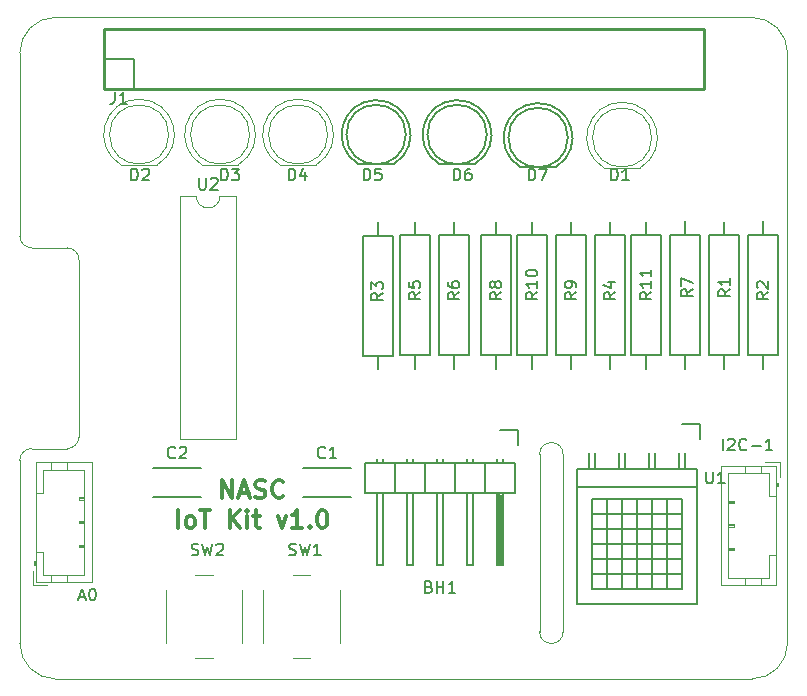
<source format=gbr>
G04 #@! TF.FileFunction,Legend,Top*
%FSLAX46Y46*%
G04 Gerber Fmt 4.6, Leading zero omitted, Abs format (unit mm)*
G04 Created by KiCad (PCBNEW 4.0.6) date Friday 09 June 2017 11:09:25*
%MOMM*%
%LPD*%
G01*
G04 APERTURE LIST*
%ADD10C,0.100000*%
%ADD11C,0.300000*%
%ADD12C,0.150000*%
%ADD13C,0.254000*%
%ADD14C,0.120000*%
%ADD15R,2.000000X1.900000*%
%ADD16C,1.900000*%
%ADD17R,1.727200X2.032000*%
%ADD18O,1.727200X2.032000*%
%ADD19C,1.727200*%
%ADD20R,1.727200X1.727200*%
%ADD21C,6.200000*%
%ADD22C,1.998980*%
%ADD23C,2.000000*%
%ADD24R,1.800000X1.800000*%
%ADD25C,1.800000*%
%ADD26R,2.400000X1.600000*%
%ADD27O,2.400000X1.600000*%
%ADD28R,1.700000X1.200000*%
%ADD29O,1.700000X1.200000*%
%ADD30R,1.200000X1.200000*%
%ADD31C,1.200000*%
G04 APERTURE END LIST*
D10*
D11*
X45089286Y-68618571D02*
X45089286Y-67118571D01*
X45946429Y-68618571D01*
X45946429Y-67118571D01*
X46589286Y-68190000D02*
X47303572Y-68190000D01*
X46446429Y-68618571D02*
X46946429Y-67118571D01*
X47446429Y-68618571D01*
X47875000Y-68547143D02*
X48089286Y-68618571D01*
X48446429Y-68618571D01*
X48589286Y-68547143D01*
X48660715Y-68475714D01*
X48732143Y-68332857D01*
X48732143Y-68190000D01*
X48660715Y-68047143D01*
X48589286Y-67975714D01*
X48446429Y-67904286D01*
X48160715Y-67832857D01*
X48017857Y-67761429D01*
X47946429Y-67690000D01*
X47875000Y-67547143D01*
X47875000Y-67404286D01*
X47946429Y-67261429D01*
X48017857Y-67190000D01*
X48160715Y-67118571D01*
X48517857Y-67118571D01*
X48732143Y-67190000D01*
X50232143Y-68475714D02*
X50160714Y-68547143D01*
X49946428Y-68618571D01*
X49803571Y-68618571D01*
X49589286Y-68547143D01*
X49446428Y-68404286D01*
X49375000Y-68261429D01*
X49303571Y-67975714D01*
X49303571Y-67761429D01*
X49375000Y-67475714D01*
X49446428Y-67332857D01*
X49589286Y-67190000D01*
X49803571Y-67118571D01*
X49946428Y-67118571D01*
X50160714Y-67190000D01*
X50232143Y-67261429D01*
X41339286Y-71168571D02*
X41339286Y-69668571D01*
X42267858Y-71168571D02*
X42125000Y-71097143D01*
X42053572Y-71025714D01*
X41982143Y-70882857D01*
X41982143Y-70454286D01*
X42053572Y-70311429D01*
X42125000Y-70240000D01*
X42267858Y-70168571D01*
X42482143Y-70168571D01*
X42625000Y-70240000D01*
X42696429Y-70311429D01*
X42767858Y-70454286D01*
X42767858Y-70882857D01*
X42696429Y-71025714D01*
X42625000Y-71097143D01*
X42482143Y-71168571D01*
X42267858Y-71168571D01*
X43196429Y-69668571D02*
X44053572Y-69668571D01*
X43625001Y-71168571D02*
X43625001Y-69668571D01*
X45696429Y-71168571D02*
X45696429Y-69668571D01*
X46553572Y-71168571D02*
X45910715Y-70311429D01*
X46553572Y-69668571D02*
X45696429Y-70525714D01*
X47196429Y-71168571D02*
X47196429Y-70168571D01*
X47196429Y-69668571D02*
X47125000Y-69740000D01*
X47196429Y-69811429D01*
X47267857Y-69740000D01*
X47196429Y-69668571D01*
X47196429Y-69811429D01*
X47696429Y-70168571D02*
X48267858Y-70168571D01*
X47910715Y-69668571D02*
X47910715Y-70954286D01*
X47982143Y-71097143D01*
X48125001Y-71168571D01*
X48267858Y-71168571D01*
X49767858Y-70168571D02*
X50125001Y-71168571D01*
X50482143Y-70168571D01*
X51839286Y-71168571D02*
X50982143Y-71168571D01*
X51410715Y-71168571D02*
X51410715Y-69668571D01*
X51267858Y-69882857D01*
X51125000Y-70025714D01*
X50982143Y-70097143D01*
X52482143Y-71025714D02*
X52553571Y-71097143D01*
X52482143Y-71168571D01*
X52410714Y-71097143D01*
X52482143Y-71025714D01*
X52482143Y-71168571D01*
X53482143Y-69668571D02*
X53625000Y-69668571D01*
X53767857Y-69740000D01*
X53839286Y-69811429D01*
X53910715Y-69954286D01*
X53982143Y-70240000D01*
X53982143Y-70597143D01*
X53910715Y-70882857D01*
X53839286Y-71025714D01*
X53767857Y-71097143D01*
X53625000Y-71168571D01*
X53482143Y-71168571D01*
X53339286Y-71097143D01*
X53267857Y-71025714D01*
X53196429Y-70882857D01*
X53125000Y-70597143D01*
X53125000Y-70240000D01*
X53196429Y-69954286D01*
X53267857Y-69811429D01*
X53339286Y-69740000D01*
X53482143Y-69668571D01*
D10*
X92925900Y-30911800D02*
X92925900Y-80924400D01*
X27940000Y-30962600D02*
X27940000Y-46456600D01*
X92940000Y-30932000D02*
G75*
G03X89940000Y-27932000I-3000000J0D01*
G01*
X30940000Y-27932000D02*
X89940000Y-27932000D01*
X30940000Y-27932000D02*
G75*
G03X27940000Y-30932000I0J-3000000D01*
G01*
X73940000Y-79932000D02*
G75*
G02X71940000Y-79932000I-1000000J0D01*
G01*
X73940000Y-64932000D02*
G75*
G03X71940000Y-64932000I-1000000J0D01*
G01*
X73940000Y-64932000D02*
X73940000Y-79932000D01*
X71940000Y-64932000D02*
X71940000Y-79932000D01*
X28940000Y-64432000D02*
G75*
G03X27940000Y-65432000I0J-1000000D01*
G01*
X31940000Y-64432000D02*
G75*
G03X32940000Y-63432000I0J1000000D01*
G01*
X32940000Y-48432000D02*
G75*
G03X31940000Y-47432000I-1000000J0D01*
G01*
X27940000Y-46432000D02*
G75*
G03X28940000Y-47432000I1000000J0D01*
G01*
X89940000Y-83932000D02*
G75*
G03X92940000Y-80932000I0J3000000D01*
G01*
X27940000Y-80932000D02*
G75*
G03X30940000Y-83932000I3000000J0D01*
G01*
X27940000Y-65432000D02*
X27940000Y-80932000D01*
X28940000Y-64432000D02*
X31940000Y-64432000D01*
X28940000Y-47432000D02*
X31940000Y-47432000D01*
X32940000Y-48432000D02*
X32940000Y-63432000D01*
X30940000Y-83932000D02*
X89940000Y-83932000D01*
D12*
X73343404Y-40584888D02*
G75*
G03X70318500Y-40600000I-1524904J2484888D01*
G01*
X73318500Y-40600000D02*
X70318500Y-40600000D01*
X74336436Y-38100000D02*
G75*
G03X74336436Y-38100000I-2517936J0D01*
G01*
X80200500Y-68707000D02*
X80200500Y-76327000D01*
X81470500Y-76327000D02*
X81470500Y-68707000D01*
X78930500Y-68707000D02*
X78930500Y-76327000D01*
X77660500Y-76327000D02*
X77660500Y-68707000D01*
X82740500Y-68707000D02*
X82740500Y-76327000D01*
X84010500Y-69977000D02*
X84010500Y-68707000D01*
X84010500Y-68707000D02*
X76390500Y-68707000D01*
X76390500Y-68707000D02*
X76390500Y-69342000D01*
X84010500Y-69977000D02*
X76390500Y-69977000D01*
X84010500Y-71247000D02*
X76390500Y-71247000D01*
X84010500Y-72517000D02*
X76390500Y-72517000D01*
X84010500Y-75057000D02*
X76390500Y-75057000D01*
X76390500Y-75057000D02*
X76390500Y-73787000D01*
X76390500Y-73787000D02*
X84010500Y-73787000D01*
X84010500Y-69977000D02*
X84010500Y-76327000D01*
X84010500Y-76327000D02*
X76390500Y-76327000D01*
X76390500Y-76327000D02*
X76390500Y-69342000D01*
X76136500Y-65087500D02*
X76136500Y-66103500D01*
X76644500Y-65087500D02*
X76644500Y-66167000D01*
X78676500Y-65151000D02*
X78676500Y-66103500D01*
X79184500Y-65087500D02*
X79184500Y-66167000D01*
X81216500Y-65087500D02*
X81216500Y-66167000D01*
X81724500Y-65087500D02*
X81724500Y-66103500D01*
X83756500Y-65087500D02*
X83756500Y-66103500D01*
X84264500Y-65024000D02*
X84264500Y-66167000D01*
X84264500Y-66167000D02*
X84264500Y-65151000D01*
X85280500Y-66167000D02*
X75120500Y-66167000D01*
X75120500Y-66167000D02*
X75120500Y-77597000D01*
X75120500Y-77597000D02*
X85280500Y-77597000D01*
X85280500Y-77597000D02*
X85280500Y-66167000D01*
X85560500Y-62327000D02*
X84010500Y-62327000D01*
X85560500Y-63627000D02*
X85560500Y-62327000D01*
X84264500Y-65151000D02*
X84264500Y-64770000D01*
X83756500Y-65151000D02*
X83756500Y-64770000D01*
X81724500Y-65151000D02*
X81724500Y-64770000D01*
X81216500Y-65151000D02*
X81216500Y-64770000D01*
X79184500Y-65151000D02*
X79184500Y-64770000D01*
X78676500Y-65151000D02*
X78676500Y-64770000D01*
X76136500Y-65151000D02*
X76136500Y-64770000D01*
X76644500Y-65151000D02*
X76644500Y-64770000D01*
X80200500Y-67691000D02*
X82740500Y-67691000D01*
X82740500Y-67691000D02*
X85280500Y-67691000D01*
X75120500Y-67691000D02*
X77660500Y-67691000D01*
X77660500Y-67691000D02*
X80200500Y-67691000D01*
X37580000Y-33972000D02*
X37580000Y-31432000D01*
X37580000Y-31432000D02*
X35040000Y-31432000D01*
D13*
X85840000Y-28892000D02*
X85840000Y-33972000D01*
X85840000Y-33972000D02*
X35040000Y-33972000D01*
X35040000Y-33972000D02*
X35040000Y-28892000D01*
X35040000Y-28892000D02*
X85840000Y-28892000D01*
D12*
X88836500Y-46362000D02*
X86296500Y-46362000D01*
X86296500Y-46362000D02*
X86296500Y-56522000D01*
X86296500Y-56522000D02*
X88836500Y-56522000D01*
X88836500Y-56522000D02*
X88836500Y-46362000D01*
X87566500Y-57672000D02*
X87566500Y-56522000D01*
X87566500Y-45212000D02*
X87566500Y-46362000D01*
X89598500Y-56508000D02*
X92138500Y-56508000D01*
X92138500Y-56508000D02*
X92138500Y-46348000D01*
X92138500Y-46348000D02*
X89598500Y-46348000D01*
X89598500Y-46348000D02*
X89598500Y-56508000D01*
X90868500Y-45198000D02*
X90868500Y-46348000D01*
X90868500Y-57658000D02*
X90868500Y-56508000D01*
X59499500Y-46425500D02*
X56959500Y-46425500D01*
X56959500Y-46425500D02*
X56959500Y-56585500D01*
X56959500Y-56585500D02*
X59499500Y-56585500D01*
X59499500Y-56585500D02*
X59499500Y-46425500D01*
X58229500Y-57735500D02*
X58229500Y-56585500D01*
X58229500Y-45275500D02*
X58229500Y-46425500D01*
X79184500Y-46362000D02*
X76644500Y-46362000D01*
X76644500Y-46362000D02*
X76644500Y-56522000D01*
X76644500Y-56522000D02*
X79184500Y-56522000D01*
X79184500Y-56522000D02*
X79184500Y-46362000D01*
X77914500Y-57672000D02*
X77914500Y-56522000D01*
X77914500Y-45212000D02*
X77914500Y-46362000D01*
D14*
X55030000Y-80915000D02*
X55030000Y-76415000D01*
X51030000Y-82165000D02*
X52530000Y-82165000D01*
X48530000Y-76415000D02*
X48530000Y-80915000D01*
X52530000Y-75165000D02*
X51030000Y-75165000D01*
X46775000Y-80915000D02*
X46775000Y-76415000D01*
X42775000Y-82165000D02*
X44275000Y-82165000D01*
X40275000Y-76415000D02*
X40275000Y-80915000D01*
X44275000Y-75165000D02*
X42775000Y-75165000D01*
X78930962Y-35110000D02*
G75*
G03X77385670Y-40660000I-462J-2990000D01*
G01*
X78930038Y-35110000D02*
G75*
G02X80475330Y-40660000I462J-2990000D01*
G01*
X81430500Y-38100000D02*
G75*
G03X81430500Y-38100000I-2500000J0D01*
G01*
X77385500Y-40660000D02*
X80475500Y-40660000D01*
D12*
X62674500Y-46362000D02*
X60134500Y-46362000D01*
X60134500Y-46362000D02*
X60134500Y-56522000D01*
X60134500Y-56522000D02*
X62674500Y-56522000D01*
X62674500Y-56522000D02*
X62674500Y-46362000D01*
X61404500Y-57672000D02*
X61404500Y-56522000D01*
X61404500Y-45212000D02*
X61404500Y-46362000D01*
D14*
X38036962Y-34856000D02*
G75*
G03X36491670Y-40406000I-462J-2990000D01*
G01*
X38036038Y-34856000D02*
G75*
G02X39581330Y-40406000I462J-2990000D01*
G01*
X40536500Y-37846000D02*
G75*
G03X40536500Y-37846000I-2500000J0D01*
G01*
X36491500Y-40406000D02*
X39581500Y-40406000D01*
X44894962Y-34856000D02*
G75*
G03X43349670Y-40406000I-462J-2990000D01*
G01*
X44894038Y-34856000D02*
G75*
G02X46439330Y-40406000I462J-2990000D01*
G01*
X47394500Y-37846000D02*
G75*
G03X47394500Y-37846000I-2500000J0D01*
G01*
X43349500Y-40406000D02*
X46439500Y-40406000D01*
X51498962Y-34856000D02*
G75*
G03X49953670Y-40406000I-462J-2990000D01*
G01*
X51498038Y-34856000D02*
G75*
G02X53043330Y-40406000I462J-2990000D01*
G01*
X53998500Y-37846000D02*
G75*
G03X53998500Y-37846000I-2500000J0D01*
G01*
X49953500Y-40406000D02*
X53043500Y-40406000D01*
D12*
X65976500Y-46362000D02*
X63436500Y-46362000D01*
X63436500Y-46362000D02*
X63436500Y-56522000D01*
X63436500Y-56522000D02*
X65976500Y-56522000D01*
X65976500Y-56522000D02*
X65976500Y-46362000D01*
X64706500Y-57672000D02*
X64706500Y-56522000D01*
X64706500Y-45212000D02*
X64706500Y-46362000D01*
X82994500Y-56508000D02*
X85534500Y-56508000D01*
X85534500Y-56508000D02*
X85534500Y-46348000D01*
X85534500Y-46348000D02*
X82994500Y-46348000D01*
X82994500Y-46348000D02*
X82994500Y-56508000D01*
X84264500Y-45198000D02*
X84264500Y-46348000D01*
X84264500Y-57658000D02*
X84264500Y-56508000D01*
X69532500Y-46362000D02*
X66992500Y-46362000D01*
X66992500Y-46362000D02*
X66992500Y-56522000D01*
X66992500Y-56522000D02*
X69532500Y-56522000D01*
X69532500Y-56522000D02*
X69532500Y-46362000D01*
X68262500Y-57672000D02*
X68262500Y-56522000D01*
X68262500Y-45212000D02*
X68262500Y-46362000D01*
X59627404Y-40330888D02*
G75*
G03X56602500Y-40346000I-1524904J2484888D01*
G01*
X59602500Y-40346000D02*
X56602500Y-40346000D01*
X60620436Y-37846000D02*
G75*
G03X60620436Y-37846000I-2517936J0D01*
G01*
X66485404Y-40330888D02*
G75*
G03X63460500Y-40346000I-1524904J2484888D01*
G01*
X66460500Y-40346000D02*
X63460500Y-40346000D01*
X67478436Y-37846000D02*
G75*
G03X67478436Y-37846000I-2517936J0D01*
G01*
X75882500Y-46362000D02*
X73342500Y-46362000D01*
X73342500Y-46362000D02*
X73342500Y-56522000D01*
X73342500Y-56522000D02*
X75882500Y-56522000D01*
X75882500Y-56522000D02*
X75882500Y-46362000D01*
X74612500Y-57672000D02*
X74612500Y-56522000D01*
X74612500Y-45212000D02*
X74612500Y-46362000D01*
X72580500Y-46362000D02*
X70040500Y-46362000D01*
X70040500Y-46362000D02*
X70040500Y-56522000D01*
X70040500Y-56522000D02*
X72580500Y-56522000D01*
X72580500Y-56522000D02*
X72580500Y-46362000D01*
X71310500Y-57672000D02*
X71310500Y-56522000D01*
X71310500Y-45212000D02*
X71310500Y-46362000D01*
X82232500Y-46362000D02*
X79692500Y-46362000D01*
X79692500Y-46362000D02*
X79692500Y-56522000D01*
X79692500Y-56522000D02*
X82232500Y-56522000D01*
X82232500Y-56522000D02*
X82232500Y-46362000D01*
X80962500Y-57672000D02*
X80962500Y-56522000D01*
X80962500Y-45212000D02*
X80962500Y-46362000D01*
D14*
X42878500Y-43060000D02*
X41508500Y-43060000D01*
X41508500Y-43060000D02*
X41508500Y-63620000D01*
X41508500Y-63620000D02*
X46248500Y-63620000D01*
X46248500Y-63620000D02*
X46248500Y-43060000D01*
X46248500Y-43060000D02*
X44878500Y-43060000D01*
X44878500Y-43060000D02*
G75*
G02X42878500Y-43060000I-1000000J0D01*
G01*
D12*
X70130000Y-62835000D02*
X68580000Y-62835000D01*
X70130000Y-64135000D02*
X70130000Y-62835000D01*
X68707000Y-68326000D02*
X68707000Y-74168000D01*
X68707000Y-74168000D02*
X68453000Y-74168000D01*
X68453000Y-74168000D02*
X68453000Y-68326000D01*
X68453000Y-68326000D02*
X68580000Y-68326000D01*
X68580000Y-68326000D02*
X68580000Y-74168000D01*
X68834000Y-65659000D02*
X68834000Y-65278000D01*
X68326000Y-65659000D02*
X68326000Y-65278000D01*
X66294000Y-65659000D02*
X66294000Y-65278000D01*
X65786000Y-65659000D02*
X65786000Y-65278000D01*
X63754000Y-65659000D02*
X63754000Y-65278000D01*
X63246000Y-65659000D02*
X63246000Y-65278000D01*
X61214000Y-65659000D02*
X61214000Y-65278000D01*
X60706000Y-65659000D02*
X60706000Y-65278000D01*
X58166000Y-65659000D02*
X58166000Y-65278000D01*
X58674000Y-65659000D02*
X58674000Y-65278000D01*
X67310000Y-68199000D02*
X69850000Y-68199000D01*
X68326000Y-74295000D02*
X68326000Y-68199000D01*
X68834000Y-74295000D02*
X68326000Y-74295000D01*
X68834000Y-68199000D02*
X68834000Y-74295000D01*
X67310000Y-65659000D02*
X67310000Y-68199000D01*
X69850000Y-65659000D02*
X67310000Y-65659000D01*
X69850000Y-65659000D02*
X69850000Y-68199000D01*
X64770000Y-65659000D02*
X64770000Y-68199000D01*
X64770000Y-65659000D02*
X62230000Y-65659000D01*
X62230000Y-65659000D02*
X62230000Y-68199000D01*
X63754000Y-68199000D02*
X63754000Y-74295000D01*
X63754000Y-74295000D02*
X63246000Y-74295000D01*
X63246000Y-74295000D02*
X63246000Y-68199000D01*
X62230000Y-68199000D02*
X64770000Y-68199000D01*
X64770000Y-68199000D02*
X67310000Y-68199000D01*
X65786000Y-74295000D02*
X65786000Y-68199000D01*
X66294000Y-74295000D02*
X65786000Y-74295000D01*
X66294000Y-68199000D02*
X66294000Y-74295000D01*
X64770000Y-65659000D02*
X64770000Y-68199000D01*
X67310000Y-65659000D02*
X64770000Y-65659000D01*
X67310000Y-65659000D02*
X67310000Y-68199000D01*
X59690000Y-65659000D02*
X59690000Y-68199000D01*
X59690000Y-65659000D02*
X57150000Y-65659000D01*
X57150000Y-65659000D02*
X57150000Y-68199000D01*
X58674000Y-68199000D02*
X58674000Y-74295000D01*
X58674000Y-74295000D02*
X58166000Y-74295000D01*
X58166000Y-74295000D02*
X58166000Y-68199000D01*
X57150000Y-68199000D02*
X59690000Y-68199000D01*
X59690000Y-68199000D02*
X62230000Y-68199000D01*
X60706000Y-74295000D02*
X60706000Y-68199000D01*
X61214000Y-74295000D02*
X60706000Y-74295000D01*
X61214000Y-68199000D02*
X61214000Y-74295000D01*
X59690000Y-65659000D02*
X59690000Y-68199000D01*
X62230000Y-65659000D02*
X59690000Y-65659000D01*
X62230000Y-65659000D02*
X62230000Y-68199000D01*
D14*
X29315000Y-75710000D02*
X34015000Y-75710000D01*
X34015000Y-75710000D02*
X34015000Y-65610000D01*
X34015000Y-65610000D02*
X29315000Y-65610000D01*
X29315000Y-65610000D02*
X29315000Y-75710000D01*
X29315000Y-73160000D02*
X29915000Y-73160000D01*
X29915000Y-73160000D02*
X29915000Y-75110000D01*
X29915000Y-75110000D02*
X33415000Y-75110000D01*
X33415000Y-75110000D02*
X33415000Y-66210000D01*
X33415000Y-66210000D02*
X29915000Y-66210000D01*
X29915000Y-66210000D02*
X29915000Y-68160000D01*
X29915000Y-68160000D02*
X29315000Y-68160000D01*
X30615000Y-75710000D02*
X30615000Y-75110000D01*
X31915000Y-75710000D02*
X31915000Y-75110000D01*
X30615000Y-65610000D02*
X30615000Y-66210000D01*
X31915000Y-65610000D02*
X31915000Y-66210000D01*
X29315000Y-73960000D02*
X29115000Y-73960000D01*
X29115000Y-73960000D02*
X29115000Y-74260000D01*
X29115000Y-74260000D02*
X29315000Y-74260000D01*
X29215000Y-73960000D02*
X29215000Y-74260000D01*
X33415000Y-72760000D02*
X32915000Y-72760000D01*
X32915000Y-72760000D02*
X32915000Y-72560000D01*
X32915000Y-72560000D02*
X33415000Y-72560000D01*
X33415000Y-72660000D02*
X32915000Y-72660000D01*
X33415000Y-70760000D02*
X32915000Y-70760000D01*
X32915000Y-70760000D02*
X32915000Y-70560000D01*
X32915000Y-70560000D02*
X33415000Y-70560000D01*
X33415000Y-70660000D02*
X32915000Y-70660000D01*
X33415000Y-68760000D02*
X32915000Y-68760000D01*
X32915000Y-68760000D02*
X32915000Y-68560000D01*
X32915000Y-68560000D02*
X33415000Y-68560000D01*
X33415000Y-68660000D02*
X32915000Y-68660000D01*
X29015000Y-74760000D02*
X29015000Y-76010000D01*
X29015000Y-76010000D02*
X30265000Y-76010000D01*
X91970000Y-65895000D02*
X87270000Y-65895000D01*
X87270000Y-65895000D02*
X87270000Y-75995000D01*
X87270000Y-75995000D02*
X91970000Y-75995000D01*
X91970000Y-75995000D02*
X91970000Y-65895000D01*
X91970000Y-68445000D02*
X91370000Y-68445000D01*
X91370000Y-68445000D02*
X91370000Y-66495000D01*
X91370000Y-66495000D02*
X87870000Y-66495000D01*
X87870000Y-66495000D02*
X87870000Y-75395000D01*
X87870000Y-75395000D02*
X91370000Y-75395000D01*
X91370000Y-75395000D02*
X91370000Y-73445000D01*
X91370000Y-73445000D02*
X91970000Y-73445000D01*
X90670000Y-65895000D02*
X90670000Y-66495000D01*
X89370000Y-65895000D02*
X89370000Y-66495000D01*
X90670000Y-75995000D02*
X90670000Y-75395000D01*
X89370000Y-75995000D02*
X89370000Y-75395000D01*
X91970000Y-67645000D02*
X92170000Y-67645000D01*
X92170000Y-67645000D02*
X92170000Y-67345000D01*
X92170000Y-67345000D02*
X91970000Y-67345000D01*
X92070000Y-67645000D02*
X92070000Y-67345000D01*
X87870000Y-68845000D02*
X88370000Y-68845000D01*
X88370000Y-68845000D02*
X88370000Y-69045000D01*
X88370000Y-69045000D02*
X87870000Y-69045000D01*
X87870000Y-68945000D02*
X88370000Y-68945000D01*
X87870000Y-70845000D02*
X88370000Y-70845000D01*
X88370000Y-70845000D02*
X88370000Y-71045000D01*
X88370000Y-71045000D02*
X87870000Y-71045000D01*
X87870000Y-70945000D02*
X88370000Y-70945000D01*
X87870000Y-72845000D02*
X88370000Y-72845000D01*
X88370000Y-72845000D02*
X88370000Y-73045000D01*
X88370000Y-73045000D02*
X87870000Y-73045000D01*
X87870000Y-72945000D02*
X88370000Y-72945000D01*
X92270000Y-66845000D02*
X92270000Y-65595000D01*
X92270000Y-65595000D02*
X91020000Y-65595000D01*
D12*
X51955000Y-66060000D02*
X55955000Y-66060000D01*
X51955000Y-68560000D02*
X55955000Y-68560000D01*
X39255000Y-66060000D02*
X43255000Y-66060000D01*
X39255000Y-68560000D02*
X43255000Y-68560000D01*
X71016905Y-41727381D02*
X71016905Y-40727381D01*
X71255000Y-40727381D01*
X71397858Y-40775000D01*
X71493096Y-40870238D01*
X71540715Y-40965476D01*
X71588334Y-41155952D01*
X71588334Y-41298810D01*
X71540715Y-41489286D01*
X71493096Y-41584524D01*
X71397858Y-41679762D01*
X71255000Y-41727381D01*
X71016905Y-41727381D01*
X71921667Y-40727381D02*
X72588334Y-40727381D01*
X72159762Y-41727381D01*
X86042595Y-66381381D02*
X86042595Y-67190905D01*
X86090214Y-67286143D01*
X86137833Y-67333762D01*
X86233071Y-67381381D01*
X86423548Y-67381381D01*
X86518786Y-67333762D01*
X86566405Y-67286143D01*
X86614024Y-67190905D01*
X86614024Y-66381381D01*
X87614024Y-67381381D02*
X87042595Y-67381381D01*
X87328309Y-67381381D02*
X87328309Y-66381381D01*
X87233071Y-66524238D01*
X87137833Y-66619476D01*
X87042595Y-66667095D01*
X35988667Y-34250381D02*
X35988667Y-34964667D01*
X35941047Y-35107524D01*
X35845809Y-35202762D01*
X35702952Y-35250381D01*
X35607714Y-35250381D01*
X36988667Y-35250381D02*
X36417238Y-35250381D01*
X36702952Y-35250381D02*
X36702952Y-34250381D01*
X36607714Y-34393238D01*
X36512476Y-34488476D01*
X36417238Y-34536095D01*
X88082381Y-50966666D02*
X87606190Y-51300000D01*
X88082381Y-51538095D02*
X87082381Y-51538095D01*
X87082381Y-51157142D01*
X87130000Y-51061904D01*
X87177619Y-51014285D01*
X87272857Y-50966666D01*
X87415714Y-50966666D01*
X87510952Y-51014285D01*
X87558571Y-51061904D01*
X87606190Y-51157142D01*
X87606190Y-51538095D01*
X88082381Y-50014285D02*
X88082381Y-50585714D01*
X88082381Y-50300000D02*
X87082381Y-50300000D01*
X87225238Y-50395238D01*
X87320476Y-50490476D01*
X87368095Y-50585714D01*
X91320881Y-51220666D02*
X90844690Y-51554000D01*
X91320881Y-51792095D02*
X90320881Y-51792095D01*
X90320881Y-51411142D01*
X90368500Y-51315904D01*
X90416119Y-51268285D01*
X90511357Y-51220666D01*
X90654214Y-51220666D01*
X90749452Y-51268285D01*
X90797071Y-51315904D01*
X90844690Y-51411142D01*
X90844690Y-51792095D01*
X90416119Y-50839714D02*
X90368500Y-50792095D01*
X90320881Y-50696857D01*
X90320881Y-50458761D01*
X90368500Y-50363523D01*
X90416119Y-50315904D01*
X90511357Y-50268285D01*
X90606595Y-50268285D01*
X90749452Y-50315904D01*
X91320881Y-50887333D01*
X91320881Y-50268285D01*
X58681881Y-51284166D02*
X58205690Y-51617500D01*
X58681881Y-51855595D02*
X57681881Y-51855595D01*
X57681881Y-51474642D01*
X57729500Y-51379404D01*
X57777119Y-51331785D01*
X57872357Y-51284166D01*
X58015214Y-51284166D01*
X58110452Y-51331785D01*
X58158071Y-51379404D01*
X58205690Y-51474642D01*
X58205690Y-51855595D01*
X57681881Y-50950833D02*
X57681881Y-50331785D01*
X58062833Y-50665119D01*
X58062833Y-50522261D01*
X58110452Y-50427023D01*
X58158071Y-50379404D01*
X58253310Y-50331785D01*
X58491405Y-50331785D01*
X58586643Y-50379404D01*
X58634262Y-50427023D01*
X58681881Y-50522261D01*
X58681881Y-50807976D01*
X58634262Y-50903214D01*
X58586643Y-50950833D01*
X78366881Y-51220666D02*
X77890690Y-51554000D01*
X78366881Y-51792095D02*
X77366881Y-51792095D01*
X77366881Y-51411142D01*
X77414500Y-51315904D01*
X77462119Y-51268285D01*
X77557357Y-51220666D01*
X77700214Y-51220666D01*
X77795452Y-51268285D01*
X77843071Y-51315904D01*
X77890690Y-51411142D01*
X77890690Y-51792095D01*
X77700214Y-50363523D02*
X78366881Y-50363523D01*
X77319262Y-50601619D02*
X78033548Y-50839714D01*
X78033548Y-50220666D01*
X50736667Y-73429762D02*
X50879524Y-73477381D01*
X51117620Y-73477381D01*
X51212858Y-73429762D01*
X51260477Y-73382143D01*
X51308096Y-73286905D01*
X51308096Y-73191667D01*
X51260477Y-73096429D01*
X51212858Y-73048810D01*
X51117620Y-73001190D01*
X50927143Y-72953571D01*
X50831905Y-72905952D01*
X50784286Y-72858333D01*
X50736667Y-72763095D01*
X50736667Y-72667857D01*
X50784286Y-72572619D01*
X50831905Y-72525000D01*
X50927143Y-72477381D01*
X51165239Y-72477381D01*
X51308096Y-72525000D01*
X51641429Y-72477381D02*
X51879524Y-73477381D01*
X52070001Y-72763095D01*
X52260477Y-73477381D01*
X52498572Y-72477381D01*
X53403334Y-73477381D02*
X52831905Y-73477381D01*
X53117619Y-73477381D02*
X53117619Y-72477381D01*
X53022381Y-72620238D01*
X52927143Y-72715476D01*
X52831905Y-72763095D01*
X42481667Y-73429762D02*
X42624524Y-73477381D01*
X42862620Y-73477381D01*
X42957858Y-73429762D01*
X43005477Y-73382143D01*
X43053096Y-73286905D01*
X43053096Y-73191667D01*
X43005477Y-73096429D01*
X42957858Y-73048810D01*
X42862620Y-73001190D01*
X42672143Y-72953571D01*
X42576905Y-72905952D01*
X42529286Y-72858333D01*
X42481667Y-72763095D01*
X42481667Y-72667857D01*
X42529286Y-72572619D01*
X42576905Y-72525000D01*
X42672143Y-72477381D01*
X42910239Y-72477381D01*
X43053096Y-72525000D01*
X43386429Y-72477381D02*
X43624524Y-73477381D01*
X43815001Y-72763095D01*
X44005477Y-73477381D01*
X44243572Y-72477381D01*
X44576905Y-72572619D02*
X44624524Y-72525000D01*
X44719762Y-72477381D01*
X44957858Y-72477381D01*
X45053096Y-72525000D01*
X45100715Y-72572619D01*
X45148334Y-72667857D01*
X45148334Y-72763095D01*
X45100715Y-72905952D01*
X44529286Y-73477381D01*
X45148334Y-73477381D01*
X78001905Y-41727381D02*
X78001905Y-40727381D01*
X78240000Y-40727381D01*
X78382858Y-40775000D01*
X78478096Y-40870238D01*
X78525715Y-40965476D01*
X78573334Y-41155952D01*
X78573334Y-41298810D01*
X78525715Y-41489286D01*
X78478096Y-41584524D01*
X78382858Y-41679762D01*
X78240000Y-41727381D01*
X78001905Y-41727381D01*
X79525715Y-41727381D02*
X78954286Y-41727381D01*
X79240000Y-41727381D02*
X79240000Y-40727381D01*
X79144762Y-40870238D01*
X79049524Y-40965476D01*
X78954286Y-41013095D01*
X61856881Y-51220666D02*
X61380690Y-51554000D01*
X61856881Y-51792095D02*
X60856881Y-51792095D01*
X60856881Y-51411142D01*
X60904500Y-51315904D01*
X60952119Y-51268285D01*
X61047357Y-51220666D01*
X61190214Y-51220666D01*
X61285452Y-51268285D01*
X61333071Y-51315904D01*
X61380690Y-51411142D01*
X61380690Y-51792095D01*
X60856881Y-50315904D02*
X60856881Y-50792095D01*
X61333071Y-50839714D01*
X61285452Y-50792095D01*
X61237833Y-50696857D01*
X61237833Y-50458761D01*
X61285452Y-50363523D01*
X61333071Y-50315904D01*
X61428310Y-50268285D01*
X61666405Y-50268285D01*
X61761643Y-50315904D01*
X61809262Y-50363523D01*
X61856881Y-50458761D01*
X61856881Y-50696857D01*
X61809262Y-50792095D01*
X61761643Y-50839714D01*
X37361905Y-41727381D02*
X37361905Y-40727381D01*
X37600000Y-40727381D01*
X37742858Y-40775000D01*
X37838096Y-40870238D01*
X37885715Y-40965476D01*
X37933334Y-41155952D01*
X37933334Y-41298810D01*
X37885715Y-41489286D01*
X37838096Y-41584524D01*
X37742858Y-41679762D01*
X37600000Y-41727381D01*
X37361905Y-41727381D01*
X38314286Y-40822619D02*
X38361905Y-40775000D01*
X38457143Y-40727381D01*
X38695239Y-40727381D01*
X38790477Y-40775000D01*
X38838096Y-40822619D01*
X38885715Y-40917857D01*
X38885715Y-41013095D01*
X38838096Y-41155952D01*
X38266667Y-41727381D01*
X38885715Y-41727381D01*
X44981905Y-41727381D02*
X44981905Y-40727381D01*
X45220000Y-40727381D01*
X45362858Y-40775000D01*
X45458096Y-40870238D01*
X45505715Y-40965476D01*
X45553334Y-41155952D01*
X45553334Y-41298810D01*
X45505715Y-41489286D01*
X45458096Y-41584524D01*
X45362858Y-41679762D01*
X45220000Y-41727381D01*
X44981905Y-41727381D01*
X45886667Y-40727381D02*
X46505715Y-40727381D01*
X46172381Y-41108333D01*
X46315239Y-41108333D01*
X46410477Y-41155952D01*
X46458096Y-41203571D01*
X46505715Y-41298810D01*
X46505715Y-41536905D01*
X46458096Y-41632143D01*
X46410477Y-41679762D01*
X46315239Y-41727381D01*
X46029524Y-41727381D01*
X45934286Y-41679762D01*
X45886667Y-41632143D01*
X50696905Y-41727381D02*
X50696905Y-40727381D01*
X50935000Y-40727381D01*
X51077858Y-40775000D01*
X51173096Y-40870238D01*
X51220715Y-40965476D01*
X51268334Y-41155952D01*
X51268334Y-41298810D01*
X51220715Y-41489286D01*
X51173096Y-41584524D01*
X51077858Y-41679762D01*
X50935000Y-41727381D01*
X50696905Y-41727381D01*
X52125477Y-41060714D02*
X52125477Y-41727381D01*
X51887381Y-40679762D02*
X51649286Y-41394048D01*
X52268334Y-41394048D01*
X65158881Y-51220666D02*
X64682690Y-51554000D01*
X65158881Y-51792095D02*
X64158881Y-51792095D01*
X64158881Y-51411142D01*
X64206500Y-51315904D01*
X64254119Y-51268285D01*
X64349357Y-51220666D01*
X64492214Y-51220666D01*
X64587452Y-51268285D01*
X64635071Y-51315904D01*
X64682690Y-51411142D01*
X64682690Y-51792095D01*
X64158881Y-50363523D02*
X64158881Y-50554000D01*
X64206500Y-50649238D01*
X64254119Y-50696857D01*
X64396976Y-50792095D01*
X64587452Y-50839714D01*
X64968405Y-50839714D01*
X65063643Y-50792095D01*
X65111262Y-50744476D01*
X65158881Y-50649238D01*
X65158881Y-50458761D01*
X65111262Y-50363523D01*
X65063643Y-50315904D01*
X64968405Y-50268285D01*
X64730310Y-50268285D01*
X64635071Y-50315904D01*
X64587452Y-50363523D01*
X64539833Y-50458761D01*
X64539833Y-50649238D01*
X64587452Y-50744476D01*
X64635071Y-50792095D01*
X64730310Y-50839714D01*
X84907381Y-50966666D02*
X84431190Y-51300000D01*
X84907381Y-51538095D02*
X83907381Y-51538095D01*
X83907381Y-51157142D01*
X83955000Y-51061904D01*
X84002619Y-51014285D01*
X84097857Y-50966666D01*
X84240714Y-50966666D01*
X84335952Y-51014285D01*
X84383571Y-51061904D01*
X84431190Y-51157142D01*
X84431190Y-51538095D01*
X83907381Y-50633333D02*
X83907381Y-49966666D01*
X84907381Y-50395238D01*
X68714881Y-51220666D02*
X68238690Y-51554000D01*
X68714881Y-51792095D02*
X67714881Y-51792095D01*
X67714881Y-51411142D01*
X67762500Y-51315904D01*
X67810119Y-51268285D01*
X67905357Y-51220666D01*
X68048214Y-51220666D01*
X68143452Y-51268285D01*
X68191071Y-51315904D01*
X68238690Y-51411142D01*
X68238690Y-51792095D01*
X68143452Y-50649238D02*
X68095833Y-50744476D01*
X68048214Y-50792095D01*
X67952976Y-50839714D01*
X67905357Y-50839714D01*
X67810119Y-50792095D01*
X67762500Y-50744476D01*
X67714881Y-50649238D01*
X67714881Y-50458761D01*
X67762500Y-50363523D01*
X67810119Y-50315904D01*
X67905357Y-50268285D01*
X67952976Y-50268285D01*
X68048214Y-50315904D01*
X68095833Y-50363523D01*
X68143452Y-50458761D01*
X68143452Y-50649238D01*
X68191071Y-50744476D01*
X68238690Y-50792095D01*
X68333929Y-50839714D01*
X68524405Y-50839714D01*
X68619643Y-50792095D01*
X68667262Y-50744476D01*
X68714881Y-50649238D01*
X68714881Y-50458761D01*
X68667262Y-50363523D01*
X68619643Y-50315904D01*
X68524405Y-50268285D01*
X68333929Y-50268285D01*
X68238690Y-50315904D01*
X68191071Y-50363523D01*
X68143452Y-50458761D01*
X57046905Y-41727381D02*
X57046905Y-40727381D01*
X57285000Y-40727381D01*
X57427858Y-40775000D01*
X57523096Y-40870238D01*
X57570715Y-40965476D01*
X57618334Y-41155952D01*
X57618334Y-41298810D01*
X57570715Y-41489286D01*
X57523096Y-41584524D01*
X57427858Y-41679762D01*
X57285000Y-41727381D01*
X57046905Y-41727381D01*
X58523096Y-40727381D02*
X58046905Y-40727381D01*
X57999286Y-41203571D01*
X58046905Y-41155952D01*
X58142143Y-41108333D01*
X58380239Y-41108333D01*
X58475477Y-41155952D01*
X58523096Y-41203571D01*
X58570715Y-41298810D01*
X58570715Y-41536905D01*
X58523096Y-41632143D01*
X58475477Y-41679762D01*
X58380239Y-41727381D01*
X58142143Y-41727381D01*
X58046905Y-41679762D01*
X57999286Y-41632143D01*
X64666905Y-41727381D02*
X64666905Y-40727381D01*
X64905000Y-40727381D01*
X65047858Y-40775000D01*
X65143096Y-40870238D01*
X65190715Y-40965476D01*
X65238334Y-41155952D01*
X65238334Y-41298810D01*
X65190715Y-41489286D01*
X65143096Y-41584524D01*
X65047858Y-41679762D01*
X64905000Y-41727381D01*
X64666905Y-41727381D01*
X66095477Y-40727381D02*
X65905000Y-40727381D01*
X65809762Y-40775000D01*
X65762143Y-40822619D01*
X65666905Y-40965476D01*
X65619286Y-41155952D01*
X65619286Y-41536905D01*
X65666905Y-41632143D01*
X65714524Y-41679762D01*
X65809762Y-41727381D01*
X66000239Y-41727381D01*
X66095477Y-41679762D01*
X66143096Y-41632143D01*
X66190715Y-41536905D01*
X66190715Y-41298810D01*
X66143096Y-41203571D01*
X66095477Y-41155952D01*
X66000239Y-41108333D01*
X65809762Y-41108333D01*
X65714524Y-41155952D01*
X65666905Y-41203571D01*
X65619286Y-41298810D01*
X75064881Y-51220666D02*
X74588690Y-51554000D01*
X75064881Y-51792095D02*
X74064881Y-51792095D01*
X74064881Y-51411142D01*
X74112500Y-51315904D01*
X74160119Y-51268285D01*
X74255357Y-51220666D01*
X74398214Y-51220666D01*
X74493452Y-51268285D01*
X74541071Y-51315904D01*
X74588690Y-51411142D01*
X74588690Y-51792095D01*
X75064881Y-50744476D02*
X75064881Y-50554000D01*
X75017262Y-50458761D01*
X74969643Y-50411142D01*
X74826786Y-50315904D01*
X74636310Y-50268285D01*
X74255357Y-50268285D01*
X74160119Y-50315904D01*
X74112500Y-50363523D01*
X74064881Y-50458761D01*
X74064881Y-50649238D01*
X74112500Y-50744476D01*
X74160119Y-50792095D01*
X74255357Y-50839714D01*
X74493452Y-50839714D01*
X74588690Y-50792095D01*
X74636310Y-50744476D01*
X74683929Y-50649238D01*
X74683929Y-50458761D01*
X74636310Y-50363523D01*
X74588690Y-50315904D01*
X74493452Y-50268285D01*
X71762881Y-51188857D02*
X71286690Y-51522191D01*
X71762881Y-51760286D02*
X70762881Y-51760286D01*
X70762881Y-51379333D01*
X70810500Y-51284095D01*
X70858119Y-51236476D01*
X70953357Y-51188857D01*
X71096214Y-51188857D01*
X71191452Y-51236476D01*
X71239071Y-51284095D01*
X71286690Y-51379333D01*
X71286690Y-51760286D01*
X71762881Y-50236476D02*
X71762881Y-50807905D01*
X71762881Y-50522191D02*
X70762881Y-50522191D01*
X70905738Y-50617429D01*
X71000976Y-50712667D01*
X71048595Y-50807905D01*
X70762881Y-49617429D02*
X70762881Y-49522190D01*
X70810500Y-49426952D01*
X70858119Y-49379333D01*
X70953357Y-49331714D01*
X71143833Y-49284095D01*
X71381929Y-49284095D01*
X71572405Y-49331714D01*
X71667643Y-49379333D01*
X71715262Y-49426952D01*
X71762881Y-49522190D01*
X71762881Y-49617429D01*
X71715262Y-49712667D01*
X71667643Y-49760286D01*
X71572405Y-49807905D01*
X71381929Y-49855524D01*
X71143833Y-49855524D01*
X70953357Y-49807905D01*
X70858119Y-49760286D01*
X70810500Y-49712667D01*
X70762881Y-49617429D01*
X81414881Y-51188857D02*
X80938690Y-51522191D01*
X81414881Y-51760286D02*
X80414881Y-51760286D01*
X80414881Y-51379333D01*
X80462500Y-51284095D01*
X80510119Y-51236476D01*
X80605357Y-51188857D01*
X80748214Y-51188857D01*
X80843452Y-51236476D01*
X80891071Y-51284095D01*
X80938690Y-51379333D01*
X80938690Y-51760286D01*
X81414881Y-50236476D02*
X81414881Y-50807905D01*
X81414881Y-50522191D02*
X80414881Y-50522191D01*
X80557738Y-50617429D01*
X80652976Y-50712667D01*
X80700595Y-50807905D01*
X81414881Y-49284095D02*
X81414881Y-49855524D01*
X81414881Y-49569810D02*
X80414881Y-49569810D01*
X80557738Y-49665048D01*
X80652976Y-49760286D01*
X80700595Y-49855524D01*
X43116595Y-41512381D02*
X43116595Y-42321905D01*
X43164214Y-42417143D01*
X43211833Y-42464762D01*
X43307071Y-42512381D01*
X43497548Y-42512381D01*
X43592786Y-42464762D01*
X43640405Y-42417143D01*
X43688024Y-42321905D01*
X43688024Y-41512381D01*
X44116595Y-41607619D02*
X44164214Y-41560000D01*
X44259452Y-41512381D01*
X44497548Y-41512381D01*
X44592786Y-41560000D01*
X44640405Y-41607619D01*
X44688024Y-41702857D01*
X44688024Y-41798095D01*
X44640405Y-41940952D01*
X44068976Y-42512381D01*
X44688024Y-42512381D01*
X62571429Y-76128571D02*
X62714286Y-76176190D01*
X62761905Y-76223810D01*
X62809524Y-76319048D01*
X62809524Y-76461905D01*
X62761905Y-76557143D01*
X62714286Y-76604762D01*
X62619048Y-76652381D01*
X62238095Y-76652381D01*
X62238095Y-75652381D01*
X62571429Y-75652381D01*
X62666667Y-75700000D01*
X62714286Y-75747619D01*
X62761905Y-75842857D01*
X62761905Y-75938095D01*
X62714286Y-76033333D01*
X62666667Y-76080952D01*
X62571429Y-76128571D01*
X62238095Y-76128571D01*
X63238095Y-76652381D02*
X63238095Y-75652381D01*
X63238095Y-76128571D02*
X63809524Y-76128571D01*
X63809524Y-76652381D02*
X63809524Y-75652381D01*
X64809524Y-76652381D02*
X64238095Y-76652381D01*
X64523809Y-76652381D02*
X64523809Y-75652381D01*
X64428571Y-75795238D01*
X64333333Y-75890476D01*
X64238095Y-75938095D01*
X32940714Y-77001667D02*
X33416905Y-77001667D01*
X32845476Y-77287381D02*
X33178809Y-76287381D01*
X33512143Y-77287381D01*
X34035952Y-76287381D02*
X34131191Y-76287381D01*
X34226429Y-76335000D01*
X34274048Y-76382619D01*
X34321667Y-76477857D01*
X34369286Y-76668333D01*
X34369286Y-76906429D01*
X34321667Y-77096905D01*
X34274048Y-77192143D01*
X34226429Y-77239762D01*
X34131191Y-77287381D01*
X34035952Y-77287381D01*
X33940714Y-77239762D01*
X33893095Y-77192143D01*
X33845476Y-77096905D01*
X33797857Y-76906429D01*
X33797857Y-76668333D01*
X33845476Y-76477857D01*
X33893095Y-76382619D01*
X33940714Y-76335000D01*
X34035952Y-76287381D01*
X87463572Y-64587381D02*
X87463572Y-63587381D01*
X87892143Y-63682619D02*
X87939762Y-63635000D01*
X88035000Y-63587381D01*
X88273096Y-63587381D01*
X88368334Y-63635000D01*
X88415953Y-63682619D01*
X88463572Y-63777857D01*
X88463572Y-63873095D01*
X88415953Y-64015952D01*
X87844524Y-64587381D01*
X88463572Y-64587381D01*
X89463572Y-64492143D02*
X89415953Y-64539762D01*
X89273096Y-64587381D01*
X89177858Y-64587381D01*
X89035000Y-64539762D01*
X88939762Y-64444524D01*
X88892143Y-64349286D01*
X88844524Y-64158810D01*
X88844524Y-64015952D01*
X88892143Y-63825476D01*
X88939762Y-63730238D01*
X89035000Y-63635000D01*
X89177858Y-63587381D01*
X89273096Y-63587381D01*
X89415953Y-63635000D01*
X89463572Y-63682619D01*
X89892143Y-64206429D02*
X90654048Y-64206429D01*
X91654048Y-64587381D02*
X91082619Y-64587381D01*
X91368333Y-64587381D02*
X91368333Y-63587381D01*
X91273095Y-63730238D01*
X91177857Y-63825476D01*
X91082619Y-63873095D01*
X53788334Y-65167143D02*
X53740715Y-65214762D01*
X53597858Y-65262381D01*
X53502620Y-65262381D01*
X53359762Y-65214762D01*
X53264524Y-65119524D01*
X53216905Y-65024286D01*
X53169286Y-64833810D01*
X53169286Y-64690952D01*
X53216905Y-64500476D01*
X53264524Y-64405238D01*
X53359762Y-64310000D01*
X53502620Y-64262381D01*
X53597858Y-64262381D01*
X53740715Y-64310000D01*
X53788334Y-64357619D01*
X54740715Y-65262381D02*
X54169286Y-65262381D01*
X54455000Y-65262381D02*
X54455000Y-64262381D01*
X54359762Y-64405238D01*
X54264524Y-64500476D01*
X54169286Y-64548095D01*
X41088334Y-65167143D02*
X41040715Y-65214762D01*
X40897858Y-65262381D01*
X40802620Y-65262381D01*
X40659762Y-65214762D01*
X40564524Y-65119524D01*
X40516905Y-65024286D01*
X40469286Y-64833810D01*
X40469286Y-64690952D01*
X40516905Y-64500476D01*
X40564524Y-64405238D01*
X40659762Y-64310000D01*
X40802620Y-64262381D01*
X40897858Y-64262381D01*
X41040715Y-64310000D01*
X41088334Y-64357619D01*
X41469286Y-64357619D02*
X41516905Y-64310000D01*
X41612143Y-64262381D01*
X41850239Y-64262381D01*
X41945477Y-64310000D01*
X41993096Y-64357619D01*
X42040715Y-64452857D01*
X42040715Y-64548095D01*
X41993096Y-64690952D01*
X41421667Y-65262381D01*
X42040715Y-65262381D01*
%LPC*%
D15*
X71818500Y-39370000D03*
D16*
X71818500Y-36830000D03*
D17*
X84010500Y-63627000D03*
D18*
X81470500Y-63627000D03*
X78930500Y-63627000D03*
X76390500Y-63627000D03*
D19*
X64250000Y-32702000D03*
X61710000Y-32702000D03*
X66790000Y-32702000D03*
X69330000Y-32702000D03*
X79490000Y-32702000D03*
X76950000Y-32702000D03*
X71870000Y-32702000D03*
X74410000Y-32702000D03*
X82030000Y-32702000D03*
X84570000Y-32702000D03*
X59170000Y-32702000D03*
X56630000Y-32702000D03*
X49010000Y-32702000D03*
X46470000Y-32702000D03*
X51550000Y-32702000D03*
X54090000Y-32702000D03*
X43930000Y-32702000D03*
X41390000Y-32702000D03*
D20*
X36310000Y-32702000D03*
D19*
X38850000Y-32702000D03*
X38850000Y-30162000D03*
X36310000Y-30162000D03*
X41390000Y-30162000D03*
X43930000Y-30162000D03*
X54090000Y-30162000D03*
X51550000Y-30162000D03*
X46470000Y-30162000D03*
X49010000Y-30162000D03*
X56630000Y-30162000D03*
X59170000Y-30162000D03*
X84570000Y-30162000D03*
X82030000Y-30162000D03*
X74410000Y-30162000D03*
X71870000Y-30162000D03*
X76950000Y-30162000D03*
X79490000Y-30162000D03*
X69330000Y-30162000D03*
X66790000Y-30162000D03*
X61710000Y-30162000D03*
X64250000Y-30162000D03*
D21*
X89440000Y-31432000D03*
X89440000Y-80432000D03*
X31440000Y-80432000D03*
X31440000Y-31432000D03*
D22*
X87566500Y-43942000D03*
X87566500Y-58942000D03*
X90868500Y-58928000D03*
X90868500Y-43928000D03*
X58229500Y-44005500D03*
X58229500Y-59005500D03*
X77914500Y-43942000D03*
X77914500Y-58942000D03*
D23*
X54030000Y-81915000D03*
X49530000Y-81915000D03*
X54030000Y-75415000D03*
X49530000Y-75415000D03*
X45775000Y-81915000D03*
X41275000Y-81915000D03*
X45775000Y-75415000D03*
X41275000Y-75415000D03*
D24*
X78930500Y-39370000D03*
D25*
X78930500Y-36830000D03*
D22*
X61404500Y-43942000D03*
X61404500Y-58942000D03*
D24*
X38036500Y-39116000D03*
D25*
X38036500Y-36576000D03*
D24*
X44894500Y-39116000D03*
D25*
X44894500Y-36576000D03*
D24*
X51498500Y-39116000D03*
D25*
X51498500Y-36576000D03*
D22*
X64706500Y-43942000D03*
X64706500Y-58942000D03*
X84264500Y-58928000D03*
X84264500Y-43928000D03*
X68262500Y-43942000D03*
X68262500Y-58942000D03*
D15*
X58102500Y-39116000D03*
D16*
X58102500Y-36576000D03*
D15*
X64960500Y-39116000D03*
D16*
X64960500Y-36576000D03*
D22*
X74612500Y-43942000D03*
X74612500Y-58942000D03*
X71310500Y-43942000D03*
X71310500Y-58942000D03*
X80962500Y-43942000D03*
X80962500Y-58942000D03*
D26*
X40068500Y-44450000D03*
D27*
X47688500Y-62230000D03*
X40068500Y-46990000D03*
X47688500Y-59690000D03*
X40068500Y-49530000D03*
X47688500Y-57150000D03*
X40068500Y-52070000D03*
X47688500Y-54610000D03*
X40068500Y-54610000D03*
X47688500Y-52070000D03*
X40068500Y-57150000D03*
X47688500Y-49530000D03*
X40068500Y-59690000D03*
X47688500Y-46990000D03*
X40068500Y-62230000D03*
X47688500Y-44450000D03*
D17*
X68580000Y-64135000D03*
D18*
X66040000Y-64135000D03*
X63500000Y-64135000D03*
X60960000Y-64135000D03*
X58420000Y-64135000D03*
D28*
X31115000Y-73660000D03*
D29*
X31115000Y-71660000D03*
X31115000Y-69660000D03*
X31115000Y-67660000D03*
D28*
X90170000Y-67945000D03*
D29*
X90170000Y-69945000D03*
X90170000Y-71945000D03*
X90170000Y-73945000D03*
D30*
X52705000Y-67310000D03*
D31*
X55205000Y-67310000D03*
D30*
X40005000Y-67310000D03*
D31*
X42505000Y-67310000D03*
M02*

</source>
